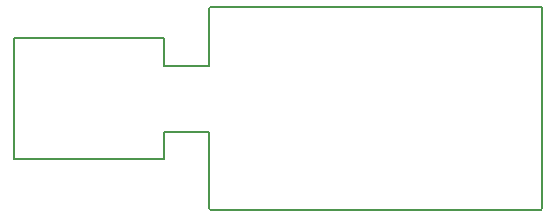
<source format=gko>
G04*
G04 #@! TF.GenerationSoftware,Altium Limited,Altium Designer,19.1.6 (110)*
G04*
G04 Layer_Color=16711935*
%FSAX25Y25*%
%MOIN*%
G70*
G01*
G75*
%ADD11C,0.00787*%
D11*
X0219811Y0183622D02*
G03*
X0219417Y0184016I-0000394J0000000D01*
G01*
X0219811Y0183622D02*
G03*
X0219417Y0184016I-0000394J0000000D01*
G01*
X0219417Y0116299D02*
G03*
X0219811Y0116693I0000000J0000394D01*
G01*
X0219417Y0116299D02*
G03*
X0219811Y0116693I0000000J0000394D01*
G01*
X0108787Y0116693D02*
G03*
X0109181Y0116299I0000394J0000000D01*
G01*
X0108787Y0116693D02*
G03*
X0109181Y0116299I0000394J0000000D01*
G01*
X0109181Y0184016D02*
G03*
X0108787Y0183622I0000000J-0000394D01*
G01*
X0109181Y0184016D02*
G03*
X0108787Y0183622I0000000J-0000394D01*
G01*
X0043827Y0133228D02*
Y0173386D01*
Y0133228D02*
X0093827D01*
X0043827Y0173386D02*
X0093827D01*
X0108787Y0132047D02*
Y0132835D01*
Y0138347D01*
X0108787Y0139134D02*
X0108787Y0138347D01*
X0108787Y0116693D02*
X0108787Y0132047D01*
X0109181Y0184016D02*
X0219417Y0184016D01*
X0108787Y0164331D02*
X0108787Y0166693D01*
X0219811Y0183622D02*
X0219811Y0116693D01*
X0109181Y0116299D02*
X0219417Y0116299D01*
X0108787Y0139134D02*
Y0142283D01*
X0108787Y0183622D02*
X0108787Y0166693D01*
X0093827Y0164331D02*
X0108787Y0164331D01*
X0093827Y0164331D02*
X0093827Y0173386D01*
X0093827Y0133228D02*
Y0142283D01*
X0108787Y0142283D01*
M02*

</source>
